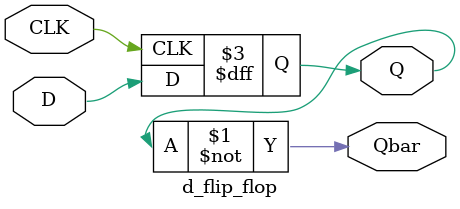
<source format=v>
`timescale 1ns / 1ps


module d_flip_flop(
input  D, CLK, 
output reg Q, 
output Qbar
    );
assign Qbar = ~Q;
always @(posedge CLK) begin
     Q <= D;
end
endmodule

</source>
